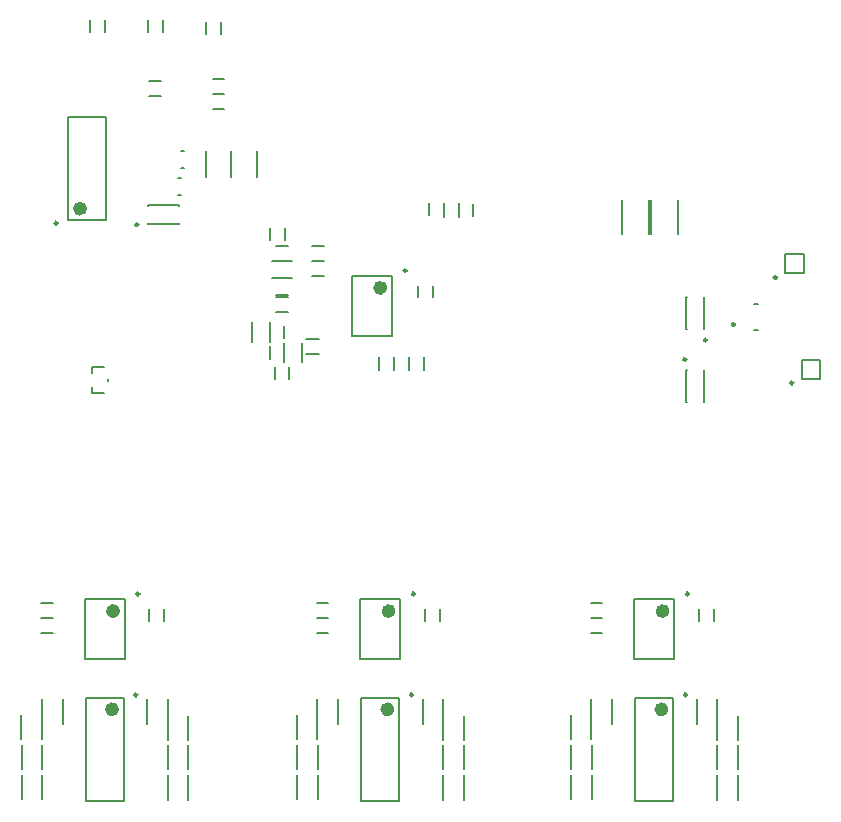
<source format=gbo>
G04*
G04 #@! TF.GenerationSoftware,Altium Limited,Altium Designer,24.2.2 (26)*
G04*
G04 Layer_Color=32896*
%FSLAX44Y44*%
%MOMM*%
G71*
G04*
G04 #@! TF.SameCoordinates,5A119275-FC27-4C3E-9DDE-49B88916FCE2*
G04*
G04*
G04 #@! TF.FilePolarity,Positive*
G04*
G01*
G75*
%ADD10C,0.6000*%
%ADD11C,0.2500*%
%ADD15C,0.2000*%
D10*
X351500Y646250D02*
G03*
X351500Y646250I-3000J0D01*
G01*
X97250Y713250D02*
G03*
X97250Y713250I-3000J0D01*
G01*
X357500Y289250D02*
G03*
X357500Y289250I-3000J0D01*
G01*
X358500Y372500D02*
G03*
X358500Y372500I-3000J0D01*
G01*
X125250Y372500D02*
G03*
X125250Y372500I-3000J0D01*
G01*
X124250Y289250D02*
G03*
X124250Y289250I-3000J0D01*
G01*
X590500Y372500D02*
G03*
X590500Y372500I-3000J0D01*
G01*
X589500Y289250D02*
G03*
X589500Y289250I-3000J0D01*
G01*
D11*
X370750Y660750D02*
G03*
X370750Y660750I-1250J0D01*
G01*
X607439Y585611D02*
G03*
X607439Y585611I-1250J0D01*
G01*
X75250Y700900D02*
G03*
X75250Y700900I-1250J0D01*
G01*
X143639Y699689D02*
G03*
X143639Y699689I-1250J0D01*
G01*
X376000Y301600D02*
G03*
X376000Y301600I-1250J0D01*
G01*
X377750Y387000D02*
G03*
X377750Y387000I-1250J0D01*
G01*
X625061Y601889D02*
G03*
X625061Y601889I-1250J0D01*
G01*
X144500Y387000D02*
G03*
X144500Y387000I-1250J0D01*
G01*
X142750Y301600D02*
G03*
X142750Y301600I-1250J0D01*
G01*
X609750Y387000D02*
G03*
X609750Y387000I-1250J0D01*
G01*
X608000Y301600D02*
G03*
X608000Y301600I-1250J0D01*
G01*
X648750Y615250D02*
G03*
X648750Y615250I-1250J0D01*
G01*
X698187Y565650D02*
G03*
X698187Y565650I-1250J0D01*
G01*
X684250Y654900D02*
G03*
X684250Y654900I-1250J0D01*
G01*
D15*
X118250Y567600D02*
Y568900D01*
X104750Y557250D02*
X114250D01*
X104750Y574100D02*
Y579250D01*
Y557250D02*
Y562400D01*
Y579250D02*
X114250D01*
X358500Y605250D02*
Y656250D01*
X324500Y605250D02*
Y656250D01*
X358500D01*
X324500Y605250D02*
X358500D01*
X291000Y656150D02*
X301000D01*
X291000Y668850D02*
X301000D01*
X622200Y576500D02*
X623000D01*
Y549500D02*
Y576500D01*
X622200Y549500D02*
X623000D01*
X607000Y576500D02*
X607800D01*
X607000Y549500D02*
Y576500D01*
Y549500D02*
X607800D01*
X84250Y703500D02*
Y791000D01*
X116250Y703500D02*
Y791000D01*
X84250Y703500D02*
X116250D01*
X84250Y791000D02*
X116250D01*
X151500Y715700D02*
Y716500D01*
X178500D01*
Y715700D02*
Y716500D01*
X151500Y700500D02*
Y701300D01*
Y700500D02*
X178500D01*
Y701300D01*
X206448Y797401D02*
X216448D01*
X206448Y810101D02*
X216448D01*
X206448Y810151D02*
X216448D01*
X206448Y822851D02*
X216448D01*
X152948Y821351D02*
X162948D01*
X152948Y808651D02*
X162948D01*
X260350Y654250D02*
X270350D01*
X260350Y639750D02*
X270350D01*
X222250Y740000D02*
Y762000D01*
X243750Y740000D02*
Y762000D01*
X200750Y740000D02*
Y762000D01*
X222250Y740000D02*
Y762000D01*
X179500Y747916D02*
X182000D01*
X179500Y762417D02*
X182000D01*
X177000Y739417D02*
X179500D01*
X177000Y724917D02*
X179500D01*
X164600Y862750D02*
Y872750D01*
X151900Y862750D02*
Y872750D01*
X115100Y862750D02*
Y872750D01*
X102400Y862750D02*
Y872750D01*
X285850Y602750D02*
X296350D01*
X285850Y590250D02*
X296350D01*
X360250Y577000D02*
Y587500D01*
X372750Y577000D02*
Y587500D01*
X347750Y576500D02*
Y588000D01*
X360250Y576500D02*
Y588000D01*
X239988Y600638D02*
Y617362D01*
X254713Y600638D02*
Y617362D01*
X256697Y669112D02*
X273421D01*
X256697Y654388D02*
X273421D01*
X427250Y707000D02*
Y717500D01*
X414750Y707000D02*
Y717500D01*
X575956Y691500D02*
Y720562D01*
X553394Y691500D02*
Y720562D01*
X600456Y691500D02*
Y720562D01*
X577893Y691500D02*
Y720562D01*
X526500Y379600D02*
X536500D01*
X526500Y366900D02*
X536500D01*
X386150Y364500D02*
Y374500D01*
X398850Y364500D02*
Y374500D01*
X294500Y366850D02*
X304500D01*
X294500Y354150D02*
X304500D01*
X312750Y277309D02*
Y297891D01*
X295250Y277309D02*
Y297891D01*
X295250Y264059D02*
Y284641D01*
X277750Y264059D02*
Y284641D01*
X278001Y213059D02*
Y233641D01*
X295501Y213059D02*
Y233641D01*
Y238559D02*
Y259141D01*
X278001Y238559D02*
Y259141D01*
X401750Y212808D02*
Y233390D01*
X419250Y212808D02*
Y233390D01*
X419250Y238451D02*
Y259033D01*
X401750Y238451D02*
Y259033D01*
Y277309D02*
Y297891D01*
X384250Y277309D02*
Y297891D01*
X419250Y263059D02*
Y283641D01*
X401750Y263059D02*
Y283641D01*
X364500Y211500D02*
Y299000D01*
X332500Y211500D02*
Y299000D01*
X364500D01*
X332500Y211500D02*
X364500D01*
X365500Y331500D02*
Y382500D01*
X331501Y331500D02*
Y382500D01*
X365500D01*
X331501Y331500D02*
X365500D01*
X294500Y379600D02*
X304500D01*
X294500Y366900D02*
X304500D01*
X61250Y379600D02*
X71250D01*
X61250Y366900D02*
X71250D01*
X622200Y638000D02*
X623000D01*
Y611000D02*
Y638000D01*
X622200Y611000D02*
X623000D01*
X607000Y638000D02*
X607800D01*
X607000Y611000D02*
Y638000D01*
Y611000D02*
X607800D01*
X132250Y331500D02*
Y382500D01*
X98250Y331500D02*
Y382500D01*
X132250D01*
X98250Y331500D02*
X132250D01*
X131250Y211500D02*
Y299000D01*
X99250Y211500D02*
Y299000D01*
X131250D01*
X99250Y211500D02*
X131250D01*
X186000Y263059D02*
Y283641D01*
X168500Y263059D02*
Y283641D01*
Y277309D02*
Y297891D01*
X151000Y277309D02*
Y297891D01*
X186000Y238450D02*
Y259032D01*
X168500Y238450D02*
Y259032D01*
Y212809D02*
Y233391D01*
X186000Y212809D02*
Y233391D01*
X62250Y238559D02*
Y259141D01*
X44750Y238559D02*
Y259141D01*
Y213059D02*
Y233641D01*
X62250Y213059D02*
Y233641D01*
X62000Y264059D02*
Y284641D01*
X44500Y264059D02*
Y284641D01*
X79500Y277309D02*
Y297891D01*
X62000Y277309D02*
Y297891D01*
X61250Y366850D02*
X71250D01*
X61250Y354150D02*
X71250D01*
X152900Y364500D02*
Y374500D01*
X165600Y364500D02*
Y374500D01*
X254850Y586250D02*
Y596750D01*
X267350Y586250D02*
Y596750D01*
X255250Y686500D02*
Y697000D01*
X267750Y686500D02*
Y697000D01*
X389750Y707500D02*
Y718000D01*
X402250Y707500D02*
Y718000D01*
X385250Y577000D02*
Y587500D01*
X372750Y577000D02*
Y587500D01*
X259000Y569000D02*
Y579500D01*
X271500Y569000D02*
Y579500D01*
X267238Y583138D02*
Y599862D01*
X281963Y583138D02*
Y599862D01*
X254713Y603709D02*
Y614209D01*
X267213Y603709D02*
Y614209D01*
X392850Y638000D02*
Y648000D01*
X380150Y638000D02*
Y648000D01*
X402250Y706500D02*
Y718000D01*
X414750Y706500D02*
Y718000D01*
X260350Y638350D02*
X270350D01*
X260350Y625650D02*
X270350D01*
X201098Y861500D02*
Y871500D01*
X213798Y861500D02*
Y871500D01*
X597500Y331500D02*
Y382500D01*
X563500Y331500D02*
Y382500D01*
X597500D01*
X563500Y331500D02*
X597500D01*
X596500Y211500D02*
Y299000D01*
X564500Y211500D02*
Y299000D01*
X596500D01*
X564500Y211500D02*
X596500D01*
X651250Y263059D02*
Y283641D01*
X633750Y263059D02*
Y283641D01*
X633750Y277309D02*
Y297891D01*
X616250Y277309D02*
Y297891D01*
X651250Y238451D02*
Y259033D01*
X633750Y238451D02*
Y259033D01*
Y212809D02*
Y233391D01*
X651250Y212809D02*
Y233391D01*
X527500Y238559D02*
Y259141D01*
X510000Y238559D02*
Y259141D01*
Y213059D02*
Y233641D01*
X527500Y213059D02*
Y233641D01*
X527249Y264059D02*
Y284641D01*
X509750Y264059D02*
Y284641D01*
X544749Y277309D02*
Y297891D01*
X527250Y277309D02*
Y297891D01*
X526500Y366850D02*
X536500D01*
X526500Y354150D02*
X536500D01*
X618150Y364500D02*
Y374500D01*
X630850Y364500D02*
Y374500D01*
X259809Y681500D02*
X270309D01*
X259809Y669000D02*
X270309D01*
X291000Y681600D02*
X301000D01*
X291000Y668900D02*
X301000D01*
X665000Y610750D02*
X668500D01*
X665000Y632751D02*
X668500D01*
X705487Y569250D02*
Y585250D01*
Y569250D02*
X721087D01*
X705487Y585250D02*
X721087D01*
Y569250D02*
Y585250D01*
X691550Y658500D02*
Y674500D01*
Y658500D02*
X707150D01*
X691550Y674500D02*
X707150D01*
Y658500D02*
Y674500D01*
M02*

</source>
